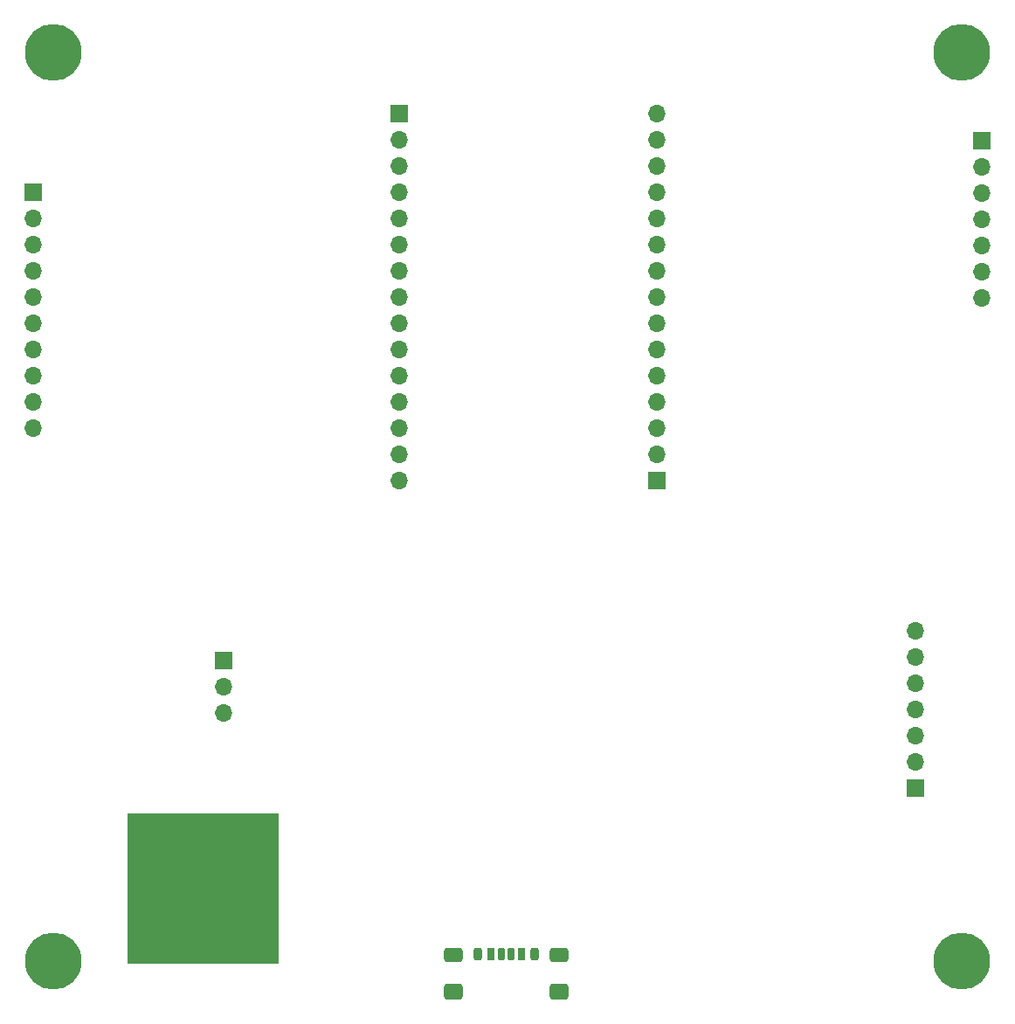
<source format=gbr>
%TF.GenerationSoftware,KiCad,Pcbnew,9.0.0*%
%TF.CreationDate,2025-05-10T18:53:19+02:00*%
%TF.ProjectId,25Zak001 ESP32 Mark0,32355a61-6b30-4303-9120-455350333220,rev?*%
%TF.SameCoordinates,Original*%
%TF.FileFunction,Soldermask,Top*%
%TF.FilePolarity,Negative*%
%FSLAX46Y46*%
G04 Gerber Fmt 4.6, Leading zero omitted, Abs format (unit mm)*
G04 Created by KiCad (PCBNEW 9.0.0) date 2025-05-10 18:53:19*
%MOMM*%
%LPD*%
G01*
G04 APERTURE LIST*
G04 Aperture macros list*
%AMRoundRect*
0 Rectangle with rounded corners*
0 $1 Rounding radius*
0 $2 $3 $4 $5 $6 $7 $8 $9 X,Y pos of 4 corners*
0 Add a 4 corners polygon primitive as box body*
4,1,4,$2,$3,$4,$5,$6,$7,$8,$9,$2,$3,0*
0 Add four circle primitives for the rounded corners*
1,1,$1+$1,$2,$3*
1,1,$1+$1,$4,$5*
1,1,$1+$1,$6,$7*
1,1,$1+$1,$8,$9*
0 Add four rect primitives between the rounded corners*
20,1,$1+$1,$2,$3,$4,$5,0*
20,1,$1+$1,$4,$5,$6,$7,0*
20,1,$1+$1,$6,$7,$8,$9,0*
20,1,$1+$1,$8,$9,$2,$3,0*%
G04 Aperture macros list end*
%ADD10R,1.700000X1.700000*%
%ADD11O,1.700000X1.700000*%
%ADD12C,5.500000*%
%ADD13C,3.600000*%
%ADD14RoundRect,0.175000X-0.175000X-0.425000X0.175000X-0.425000X0.175000X0.425000X-0.175000X0.425000X0*%
%ADD15RoundRect,0.190000X0.190000X0.410000X-0.190000X0.410000X-0.190000X-0.410000X0.190000X-0.410000X0*%
%ADD16RoundRect,0.200000X0.200000X0.400000X-0.200000X0.400000X-0.200000X-0.400000X0.200000X-0.400000X0*%
%ADD17RoundRect,0.175000X0.175000X0.425000X-0.175000X0.425000X-0.175000X-0.425000X0.175000X-0.425000X0*%
%ADD18RoundRect,0.190000X-0.190000X-0.410000X0.190000X-0.410000X0.190000X0.410000X-0.190000X0.410000X0*%
%ADD19RoundRect,0.200000X-0.200000X-0.400000X0.200000X-0.400000X0.200000X0.400000X-0.200000X0.400000X0*%
%ADD20RoundRect,0.250000X-0.650000X-0.425000X0.650000X-0.425000X0.650000X0.425000X-0.650000X0.425000X0*%
%ADD21RoundRect,0.250000X-0.650000X-0.500000X0.650000X-0.500000X0.650000X0.500000X-0.650000X0.500000X0*%
G04 APERTURE END LIST*
%TO.C,QR\u002A\u002A\u002A\u002A\u002A*%
G36*
X90700000Y-120700000D02*
G01*
X105300000Y-120700000D01*
X105300000Y-135300000D01*
X90700000Y-135300000D01*
X90700000Y-120700000D01*
G37*
%TD*%
D10*
%TO.C,J4*%
X173500000Y-55500000D03*
D11*
X173500000Y-58040000D03*
X173500000Y-60580000D03*
X173500000Y-63120000D03*
X173500000Y-65660000D03*
X173500000Y-68200000D03*
X173500000Y-70740000D03*
%TD*%
D12*
%TO.C,H4*%
X171500000Y-135000000D03*
D13*
X171500000Y-135000000D03*
%TD*%
D12*
%TO.C,H3*%
X83500000Y-135000000D03*
D13*
X83500000Y-135000000D03*
%TD*%
D12*
%TO.C,H2*%
X171500000Y-47000000D03*
D13*
X171500000Y-47000000D03*
%TD*%
D12*
%TO.C,H1*%
X83500000Y-47000000D03*
D13*
X83500000Y-47000000D03*
%TD*%
D10*
%TO.C,J7*%
X142000000Y-88440000D03*
D11*
X142000000Y-85900000D03*
X142000000Y-83360000D03*
X142000000Y-80820000D03*
X142000000Y-78280000D03*
X142000000Y-75740000D03*
X142000000Y-73200000D03*
X142000000Y-70660000D03*
X142000000Y-68120000D03*
X142000000Y-65580000D03*
X142000000Y-63040000D03*
X142000000Y-60500000D03*
X142000000Y-57960000D03*
X142000000Y-55420000D03*
X142000000Y-52880000D03*
%TD*%
D10*
%TO.C,J6*%
X117000000Y-52880000D03*
D11*
X117000000Y-55420000D03*
X117000000Y-57960000D03*
X117000000Y-60500000D03*
X117000000Y-63040000D03*
X117000000Y-65580000D03*
X117000000Y-68120000D03*
X117000000Y-70660000D03*
X117000000Y-73200000D03*
X117000000Y-75740000D03*
X117000000Y-78280000D03*
X117000000Y-80820000D03*
X117000000Y-83360000D03*
X117000000Y-85900000D03*
X117000000Y-88440000D03*
%TD*%
D10*
%TO.C,J3*%
X81500000Y-60500000D03*
D11*
X81500000Y-63040000D03*
X81500000Y-65580000D03*
X81500000Y-68120000D03*
X81500000Y-70660000D03*
X81500000Y-73200000D03*
X81500000Y-75740000D03*
X81500000Y-78280000D03*
X81500000Y-80820000D03*
X81500000Y-83360000D03*
%TD*%
D10*
%TO.C,J2*%
X167000000Y-118240000D03*
D11*
X167000000Y-115700000D03*
X167000000Y-113160000D03*
X167000000Y-110620000D03*
X167000000Y-108080000D03*
X167000000Y-105540000D03*
X167000000Y-103000000D03*
%TD*%
D14*
%TO.C,J1*%
X126875000Y-134365000D03*
D15*
X128895000Y-134365000D03*
D16*
X130125000Y-134365000D03*
D17*
X127875000Y-134365000D03*
D18*
X125855000Y-134365000D03*
D19*
X124625000Y-134365000D03*
D20*
X122250000Y-134420000D03*
D21*
X122250000Y-138000000D03*
D20*
X132500000Y-134420000D03*
D21*
X132500000Y-138000000D03*
%TD*%
D10*
%TO.C,U1*%
X100000000Y-105920000D03*
D11*
X100000000Y-108460000D03*
X100000000Y-111000000D03*
%TD*%
M02*

</source>
